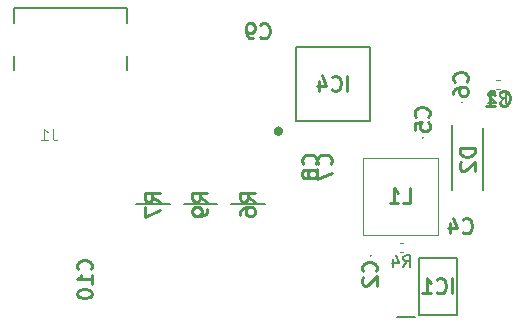
<source format=gbr>
%TF.GenerationSoftware,KiCad,Pcbnew,(5.1.9)-1*%
%TF.CreationDate,2021-07-06T13:24:45-04:00*%
%TF.ProjectId,ESC_5A,4553435f-3541-42e6-9b69-6361645f7063,rev?*%
%TF.SameCoordinates,Original*%
%TF.FileFunction,Legend,Bot*%
%TF.FilePolarity,Positive*%
%FSLAX46Y46*%
G04 Gerber Fmt 4.6, Leading zero omitted, Abs format (unit mm)*
G04 Created by KiCad (PCBNEW (5.1.9)-1) date 2021-07-06 13:24:45*
%MOMM*%
%LPD*%
G01*
G04 APERTURE LIST*
%ADD10C,0.200000*%
%ADD11C,0.120000*%
%ADD12C,0.100000*%
%ADD13C,0.400000*%
%ADD14C,0.254000*%
%ADD15C,0.150000*%
%ADD16C,0.015000*%
G04 APERTURE END LIST*
D10*
%TO.C,R9*%
X28655000Y-55245000D02*
X31505000Y-55245000D01*
%TO.C,R7*%
X24610000Y-55260000D02*
X27460000Y-55260000D01*
%TO.C,R6*%
X32700000Y-55260000D02*
X35550000Y-55260000D01*
D11*
%TO.C,R4*%
X46936359Y-58575000D02*
X47243641Y-58575000D01*
X46936359Y-59335000D02*
X47243641Y-59335000D01*
%TO.C,R2*%
X55091359Y-44705000D02*
X55398641Y-44705000D01*
X55091359Y-45465000D02*
X55398641Y-45465000D01*
D12*
%TO.C,L1*%
X43810000Y-51330000D02*
X43810000Y-57890000D01*
X50170000Y-51330000D02*
X43810000Y-51330000D01*
X50170000Y-57890000D02*
X50170000Y-51330000D01*
X43810000Y-57890000D02*
X50170000Y-57890000D01*
D10*
%TO.C,J1*%
X23840000Y-43925000D02*
X23840000Y-42675000D01*
X14260000Y-43925000D02*
X14260000Y-42675000D01*
X23840000Y-38675000D02*
X23840000Y-39955000D01*
X14260000Y-38675000D02*
X23840000Y-38675000D01*
X14260000Y-39955000D02*
X14260000Y-38675000D01*
D13*
%TO.C,IC4*%
X36875000Y-49085000D02*
G75*
G03*
X36875000Y-49085000I-200000J0D01*
G01*
D10*
X38125000Y-41935000D02*
X38125000Y-48235000D01*
X44425000Y-41935000D02*
X38125000Y-41935000D01*
X44425000Y-48235000D02*
X44425000Y-41935000D01*
X38125000Y-48235000D02*
X44425000Y-48235000D01*
%TO.C,IC1*%
X46715000Y-64810000D02*
X48215000Y-64810000D01*
X48565000Y-59780000D02*
X48565000Y-64680000D01*
X51765000Y-59780000D02*
X48565000Y-59780000D01*
X51765000Y-64680000D02*
X51765000Y-59780000D01*
X48565000Y-64680000D02*
X51765000Y-64680000D01*
%TO.C,D2*%
X54007000Y-48837000D02*
X54007000Y-54033000D01*
X51403000Y-54033000D02*
X51403000Y-48510000D01*
%TO.C,C6*%
X52220000Y-46635000D02*
G75*
G03*
X52220000Y-46635000I-50000J0D01*
G01*
%TO.C,C5*%
X48945000Y-49610000D02*
G75*
G03*
X48945000Y-49610000I-50000J0D01*
G01*
%TO.C,C2*%
X44500000Y-59610000D02*
G75*
G03*
X44500000Y-59610000I-50000J0D01*
G01*
%TO.C,R9*%
D14*
X30654523Y-55033333D02*
X30049761Y-54610000D01*
X30654523Y-54307619D02*
X29384523Y-54307619D01*
X29384523Y-54791428D01*
X29445000Y-54912380D01*
X29505476Y-54972857D01*
X29626428Y-55033333D01*
X29807857Y-55033333D01*
X29928809Y-54972857D01*
X29989285Y-54912380D01*
X30049761Y-54791428D01*
X30049761Y-54307619D01*
X30654523Y-55638095D02*
X30654523Y-55880000D01*
X30594047Y-56000952D01*
X30533571Y-56061428D01*
X30352142Y-56182380D01*
X30110238Y-56242857D01*
X29626428Y-56242857D01*
X29505476Y-56182380D01*
X29445000Y-56121904D01*
X29384523Y-56000952D01*
X29384523Y-55759047D01*
X29445000Y-55638095D01*
X29505476Y-55577619D01*
X29626428Y-55517142D01*
X29928809Y-55517142D01*
X30049761Y-55577619D01*
X30110238Y-55638095D01*
X30170714Y-55759047D01*
X30170714Y-56000952D01*
X30110238Y-56121904D01*
X30049761Y-56182380D01*
X29928809Y-56242857D01*
%TO.C,R7*%
X26609523Y-55048333D02*
X26004761Y-54625000D01*
X26609523Y-54322619D02*
X25339523Y-54322619D01*
X25339523Y-54806428D01*
X25400000Y-54927380D01*
X25460476Y-54987857D01*
X25581428Y-55048333D01*
X25762857Y-55048333D01*
X25883809Y-54987857D01*
X25944285Y-54927380D01*
X26004761Y-54806428D01*
X26004761Y-54322619D01*
X25339523Y-55471666D02*
X25339523Y-56318333D01*
X26609523Y-55774047D01*
%TO.C,R6*%
X34699523Y-55048333D02*
X34094761Y-54625000D01*
X34699523Y-54322619D02*
X33429523Y-54322619D01*
X33429523Y-54806428D01*
X33490000Y-54927380D01*
X33550476Y-54987857D01*
X33671428Y-55048333D01*
X33852857Y-55048333D01*
X33973809Y-54987857D01*
X34034285Y-54927380D01*
X34094761Y-54806428D01*
X34094761Y-54322619D01*
X33429523Y-56136904D02*
X33429523Y-55895000D01*
X33490000Y-55774047D01*
X33550476Y-55713571D01*
X33731904Y-55592619D01*
X33973809Y-55532142D01*
X34457619Y-55532142D01*
X34578571Y-55592619D01*
X34639047Y-55653095D01*
X34699523Y-55774047D01*
X34699523Y-56015952D01*
X34639047Y-56136904D01*
X34578571Y-56197380D01*
X34457619Y-56257857D01*
X34155238Y-56257857D01*
X34034285Y-56197380D01*
X33973809Y-56136904D01*
X33913333Y-56015952D01*
X33913333Y-55774047D01*
X33973809Y-55653095D01*
X34034285Y-55592619D01*
X34155238Y-55532142D01*
%TO.C,R4*%
D15*
X47256666Y-60577380D02*
X47590000Y-60101190D01*
X47828095Y-60577380D02*
X47828095Y-59577380D01*
X47447142Y-59577380D01*
X47351904Y-59625000D01*
X47304285Y-59672619D01*
X47256666Y-59767857D01*
X47256666Y-59910714D01*
X47304285Y-60005952D01*
X47351904Y-60053571D01*
X47447142Y-60101190D01*
X47828095Y-60101190D01*
X46399523Y-59910714D02*
X46399523Y-60577380D01*
X46637619Y-59529761D02*
X46875714Y-60244047D01*
X46256666Y-60244047D01*
%TO.C,R2*%
X55411666Y-46707380D02*
X55745000Y-46231190D01*
X55983095Y-46707380D02*
X55983095Y-45707380D01*
X55602142Y-45707380D01*
X55506904Y-45755000D01*
X55459285Y-45802619D01*
X55411666Y-45897857D01*
X55411666Y-46040714D01*
X55459285Y-46135952D01*
X55506904Y-46183571D01*
X55602142Y-46231190D01*
X55983095Y-46231190D01*
X55030714Y-45802619D02*
X54983095Y-45755000D01*
X54887857Y-45707380D01*
X54649761Y-45707380D01*
X54554523Y-45755000D01*
X54506904Y-45802619D01*
X54459285Y-45897857D01*
X54459285Y-45993095D01*
X54506904Y-46135952D01*
X55078333Y-46707380D01*
X54459285Y-46707380D01*
%TO.C,L1*%
D14*
X47201666Y-55184523D02*
X47806428Y-55184523D01*
X47806428Y-53914523D01*
X46113095Y-55184523D02*
X46838809Y-55184523D01*
X46475952Y-55184523D02*
X46475952Y-53914523D01*
X46596904Y-54095952D01*
X46717857Y-54216904D01*
X46838809Y-54277380D01*
%TO.C,J1*%
D16*
X17558333Y-48862380D02*
X17558333Y-49576666D01*
X17605952Y-49719523D01*
X17701190Y-49814761D01*
X17844047Y-49862380D01*
X17939285Y-49862380D01*
X16558333Y-49862380D02*
X17129761Y-49862380D01*
X16844047Y-49862380D02*
X16844047Y-48862380D01*
X16939285Y-49005238D01*
X17034523Y-49100476D01*
X17129761Y-49148095D01*
%TO.C,IC4*%
D14*
X42514761Y-45659523D02*
X42514761Y-44389523D01*
X41184285Y-45538571D02*
X41244761Y-45599047D01*
X41426190Y-45659523D01*
X41547142Y-45659523D01*
X41728571Y-45599047D01*
X41849523Y-45478095D01*
X41910000Y-45357142D01*
X41970476Y-45115238D01*
X41970476Y-44933809D01*
X41910000Y-44691904D01*
X41849523Y-44570952D01*
X41728571Y-44450000D01*
X41547142Y-44389523D01*
X41426190Y-44389523D01*
X41244761Y-44450000D01*
X41184285Y-44510476D01*
X40095714Y-44812857D02*
X40095714Y-45659523D01*
X40398095Y-44329047D02*
X40700476Y-45236190D01*
X39914285Y-45236190D01*
%TO.C,IC1*%
X51404761Y-62804523D02*
X51404761Y-61534523D01*
X50074285Y-62683571D02*
X50134761Y-62744047D01*
X50316190Y-62804523D01*
X50437142Y-62804523D01*
X50618571Y-62744047D01*
X50739523Y-62623095D01*
X50800000Y-62502142D01*
X50860476Y-62260238D01*
X50860476Y-62078809D01*
X50800000Y-61836904D01*
X50739523Y-61715952D01*
X50618571Y-61595000D01*
X50437142Y-61534523D01*
X50316190Y-61534523D01*
X50134761Y-61595000D01*
X50074285Y-61655476D01*
X48864761Y-62804523D02*
X49590476Y-62804523D01*
X49227619Y-62804523D02*
X49227619Y-61534523D01*
X49348571Y-61715952D01*
X49469523Y-61836904D01*
X49590476Y-61897380D01*
%TO.C,D2*%
X53279523Y-50497619D02*
X52009523Y-50497619D01*
X52009523Y-50800000D01*
X52070000Y-50981428D01*
X52190952Y-51102380D01*
X52311904Y-51162857D01*
X52553809Y-51223333D01*
X52735238Y-51223333D01*
X52977142Y-51162857D01*
X53098095Y-51102380D01*
X53219047Y-50981428D01*
X53279523Y-50800000D01*
X53279523Y-50497619D01*
X52130476Y-51707142D02*
X52070000Y-51767619D01*
X52009523Y-51888571D01*
X52009523Y-52190952D01*
X52070000Y-52311904D01*
X52130476Y-52372380D01*
X52251428Y-52432857D01*
X52372380Y-52432857D01*
X52553809Y-52372380D01*
X53279523Y-51646666D01*
X53279523Y-52432857D01*
%TO.C,C10*%
X20773571Y-60778571D02*
X20834047Y-60718095D01*
X20894523Y-60536666D01*
X20894523Y-60415714D01*
X20834047Y-60234285D01*
X20713095Y-60113333D01*
X20592142Y-60052857D01*
X20350238Y-59992380D01*
X20168809Y-59992380D01*
X19926904Y-60052857D01*
X19805952Y-60113333D01*
X19685000Y-60234285D01*
X19624523Y-60415714D01*
X19624523Y-60536666D01*
X19685000Y-60718095D01*
X19745476Y-60778571D01*
X20894523Y-61988095D02*
X20894523Y-61262380D01*
X20894523Y-61625238D02*
X19624523Y-61625238D01*
X19805952Y-61504285D01*
X19926904Y-61383333D01*
X19987380Y-61262380D01*
X19624523Y-62774285D02*
X19624523Y-62895238D01*
X19685000Y-63016190D01*
X19745476Y-63076666D01*
X19866428Y-63137142D01*
X20108333Y-63197619D01*
X20410714Y-63197619D01*
X20652619Y-63137142D01*
X20773571Y-63076666D01*
X20834047Y-63016190D01*
X20894523Y-62895238D01*
X20894523Y-62774285D01*
X20834047Y-62653333D01*
X20773571Y-62592857D01*
X20652619Y-62532380D01*
X20410714Y-62471904D01*
X20108333Y-62471904D01*
X19866428Y-62532380D01*
X19745476Y-62592857D01*
X19685000Y-62653333D01*
X19624523Y-62774285D01*
%TO.C,C9*%
X35136666Y-41093571D02*
X35197142Y-41154047D01*
X35378571Y-41214523D01*
X35499523Y-41214523D01*
X35680952Y-41154047D01*
X35801904Y-41033095D01*
X35862380Y-40912142D01*
X35922857Y-40670238D01*
X35922857Y-40488809D01*
X35862380Y-40246904D01*
X35801904Y-40125952D01*
X35680952Y-40005000D01*
X35499523Y-39944523D01*
X35378571Y-39944523D01*
X35197142Y-40005000D01*
X35136666Y-40065476D01*
X34531904Y-41214523D02*
X34290000Y-41214523D01*
X34169047Y-41154047D01*
X34108571Y-41093571D01*
X33987619Y-40912142D01*
X33927142Y-40670238D01*
X33927142Y-40186428D01*
X33987619Y-40065476D01*
X34048095Y-40005000D01*
X34169047Y-39944523D01*
X34410952Y-39944523D01*
X34531904Y-40005000D01*
X34592380Y-40065476D01*
X34652857Y-40186428D01*
X34652857Y-40488809D01*
X34592380Y-40609761D01*
X34531904Y-40670238D01*
X34410952Y-40730714D01*
X34169047Y-40730714D01*
X34048095Y-40670238D01*
X33987619Y-40609761D01*
X33927142Y-40488809D01*
%TO.C,C8*%
X39823571Y-51858333D02*
X39884047Y-51797857D01*
X39944523Y-51616428D01*
X39944523Y-51495476D01*
X39884047Y-51314047D01*
X39763095Y-51193095D01*
X39642142Y-51132619D01*
X39400238Y-51072142D01*
X39218809Y-51072142D01*
X38976904Y-51132619D01*
X38855952Y-51193095D01*
X38735000Y-51314047D01*
X38674523Y-51495476D01*
X38674523Y-51616428D01*
X38735000Y-51797857D01*
X38795476Y-51858333D01*
X39218809Y-52584047D02*
X39158333Y-52463095D01*
X39097857Y-52402619D01*
X38976904Y-52342142D01*
X38916428Y-52342142D01*
X38795476Y-52402619D01*
X38735000Y-52463095D01*
X38674523Y-52584047D01*
X38674523Y-52825952D01*
X38735000Y-52946904D01*
X38795476Y-53007380D01*
X38916428Y-53067857D01*
X38976904Y-53067857D01*
X39097857Y-53007380D01*
X39158333Y-52946904D01*
X39218809Y-52825952D01*
X39218809Y-52584047D01*
X39279285Y-52463095D01*
X39339761Y-52402619D01*
X39460714Y-52342142D01*
X39702619Y-52342142D01*
X39823571Y-52402619D01*
X39884047Y-52463095D01*
X39944523Y-52584047D01*
X39944523Y-52825952D01*
X39884047Y-52946904D01*
X39823571Y-53007380D01*
X39702619Y-53067857D01*
X39460714Y-53067857D01*
X39339761Y-53007380D01*
X39279285Y-52946904D01*
X39218809Y-52825952D01*
%TO.C,C7*%
X41093571Y-51858333D02*
X41154047Y-51797857D01*
X41214523Y-51616428D01*
X41214523Y-51495476D01*
X41154047Y-51314047D01*
X41033095Y-51193095D01*
X40912142Y-51132619D01*
X40670238Y-51072142D01*
X40488809Y-51072142D01*
X40246904Y-51132619D01*
X40125952Y-51193095D01*
X40005000Y-51314047D01*
X39944523Y-51495476D01*
X39944523Y-51616428D01*
X40005000Y-51797857D01*
X40065476Y-51858333D01*
X39944523Y-52281666D02*
X39944523Y-53128333D01*
X41214523Y-52584047D01*
%TO.C,C6*%
X52623571Y-44873333D02*
X52684047Y-44812857D01*
X52744523Y-44631428D01*
X52744523Y-44510476D01*
X52684047Y-44329047D01*
X52563095Y-44208095D01*
X52442142Y-44147619D01*
X52200238Y-44087142D01*
X52018809Y-44087142D01*
X51776904Y-44147619D01*
X51655952Y-44208095D01*
X51535000Y-44329047D01*
X51474523Y-44510476D01*
X51474523Y-44631428D01*
X51535000Y-44812857D01*
X51595476Y-44873333D01*
X51474523Y-45961904D02*
X51474523Y-45720000D01*
X51535000Y-45599047D01*
X51595476Y-45538571D01*
X51776904Y-45417619D01*
X52018809Y-45357142D01*
X52502619Y-45357142D01*
X52623571Y-45417619D01*
X52684047Y-45478095D01*
X52744523Y-45599047D01*
X52744523Y-45840952D01*
X52684047Y-45961904D01*
X52623571Y-46022380D01*
X52502619Y-46082857D01*
X52200238Y-46082857D01*
X52079285Y-46022380D01*
X52018809Y-45961904D01*
X51958333Y-45840952D01*
X51958333Y-45599047D01*
X52018809Y-45478095D01*
X52079285Y-45417619D01*
X52200238Y-45357142D01*
%TO.C,C5*%
X49348571Y-47848333D02*
X49409047Y-47787857D01*
X49469523Y-47606428D01*
X49469523Y-47485476D01*
X49409047Y-47304047D01*
X49288095Y-47183095D01*
X49167142Y-47122619D01*
X48925238Y-47062142D01*
X48743809Y-47062142D01*
X48501904Y-47122619D01*
X48380952Y-47183095D01*
X48260000Y-47304047D01*
X48199523Y-47485476D01*
X48199523Y-47606428D01*
X48260000Y-47787857D01*
X48320476Y-47848333D01*
X48199523Y-48997380D02*
X48199523Y-48392619D01*
X48804285Y-48332142D01*
X48743809Y-48392619D01*
X48683333Y-48513571D01*
X48683333Y-48815952D01*
X48743809Y-48936904D01*
X48804285Y-48997380D01*
X48925238Y-49057857D01*
X49227619Y-49057857D01*
X49348571Y-48997380D01*
X49409047Y-48936904D01*
X49469523Y-48815952D01*
X49469523Y-48513571D01*
X49409047Y-48392619D01*
X49348571Y-48332142D01*
%TO.C,C4*%
X52281666Y-57603571D02*
X52342142Y-57664047D01*
X52523571Y-57724523D01*
X52644523Y-57724523D01*
X52825952Y-57664047D01*
X52946904Y-57543095D01*
X53007380Y-57422142D01*
X53067857Y-57180238D01*
X53067857Y-56998809D01*
X53007380Y-56756904D01*
X52946904Y-56635952D01*
X52825952Y-56515000D01*
X52644523Y-56454523D01*
X52523571Y-56454523D01*
X52342142Y-56515000D01*
X52281666Y-56575476D01*
X51193095Y-56877857D02*
X51193095Y-57724523D01*
X51495476Y-56394047D02*
X51797857Y-57301190D01*
X51011666Y-57301190D01*
%TO.C,C2*%
X44903571Y-60948333D02*
X44964047Y-60887857D01*
X45024523Y-60706428D01*
X45024523Y-60585476D01*
X44964047Y-60404047D01*
X44843095Y-60283095D01*
X44722142Y-60222619D01*
X44480238Y-60162142D01*
X44298809Y-60162142D01*
X44056904Y-60222619D01*
X43935952Y-60283095D01*
X43815000Y-60404047D01*
X43754523Y-60585476D01*
X43754523Y-60706428D01*
X43815000Y-60887857D01*
X43875476Y-60948333D01*
X43875476Y-61432142D02*
X43815000Y-61492619D01*
X43754523Y-61613571D01*
X43754523Y-61915952D01*
X43815000Y-62036904D01*
X43875476Y-62097380D01*
X43996428Y-62157857D01*
X44117380Y-62157857D01*
X44298809Y-62097380D01*
X45024523Y-61371666D01*
X45024523Y-62157857D01*
%TO.C,C1*%
X55456666Y-46808571D02*
X55517142Y-46869047D01*
X55698571Y-46929523D01*
X55819523Y-46929523D01*
X56000952Y-46869047D01*
X56121904Y-46748095D01*
X56182380Y-46627142D01*
X56242857Y-46385238D01*
X56242857Y-46203809D01*
X56182380Y-45961904D01*
X56121904Y-45840952D01*
X56000952Y-45720000D01*
X55819523Y-45659523D01*
X55698571Y-45659523D01*
X55517142Y-45720000D01*
X55456666Y-45780476D01*
X54247142Y-46929523D02*
X54972857Y-46929523D01*
X54610000Y-46929523D02*
X54610000Y-45659523D01*
X54730952Y-45840952D01*
X54851904Y-45961904D01*
X54972857Y-46022380D01*
%TD*%
M02*

</source>
